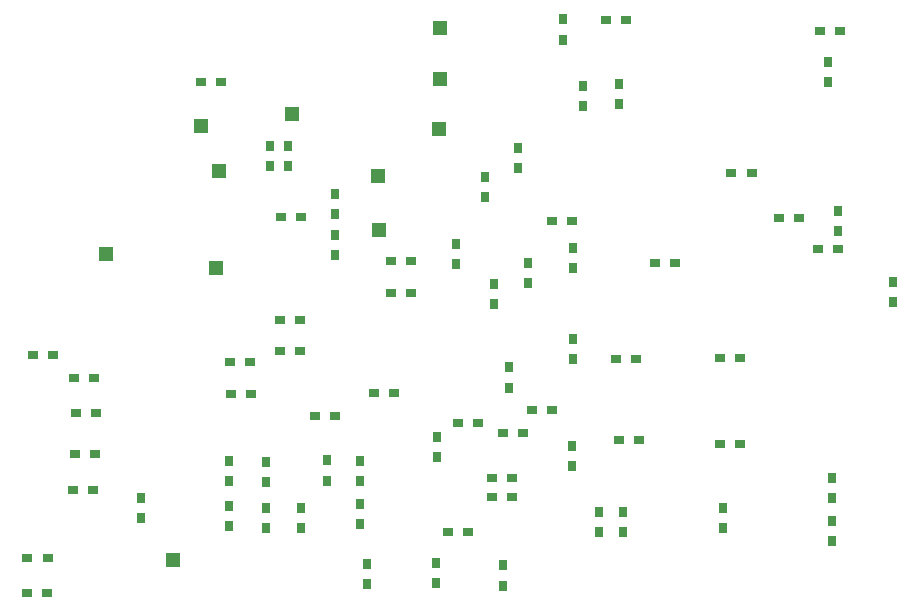
<source format=gbr>
G04 DipTrace 3.2.0.1*
G04 BottomPaste.gbr*
%MOIN*%
G04 #@! TF.FileFunction,Paste,Bot*
G04 #@! TF.Part,Single*
%ADD97R,0.031496X0.035433*%
%ADD103R,0.035433X0.031496*%
%ADD107R,0.051181X0.051181*%
%FSLAX26Y26*%
G04*
G70*
G90*
G75*
G01*
G04 BotPaste*
%LPD*%
D107*
X1008115Y731367D3*
X783823Y1752261D3*
X1100434Y2179336D3*
D103*
X1481711Y1212307D3*
X1548640D3*
X1678609Y1286549D3*
X1745538D3*
X1364671Y1531304D3*
X1431600D3*
X1735097Y1728761D3*
X1802026D3*
X1735097Y1622243D3*
X1802026D3*
X1363650Y1428270D3*
X1430579D3*
X1199408Y1392566D3*
X1266337D3*
X1200428Y1285451D3*
X1267357D3*
D97*
X902408Y871236D3*
Y938165D3*
D103*
X1368714Y1875335D3*
X1435643D3*
X1169322Y2324080D3*
X1102392D3*
D97*
X1950455Y1784692D3*
Y1717762D3*
X2192904Y1655608D3*
Y1722537D3*
D103*
X2025319Y1188085D3*
X1958390D3*
X2204904Y1229647D3*
X2271833D3*
X2072482Y941652D3*
X2139411D3*
D97*
X2108142Y645954D3*
Y712883D3*
D107*
X1160371Y2028163D3*
X1403688Y2217677D3*
D97*
X1318864Y1056728D3*
Y989799D3*
X1520445Y1062979D3*
Y996050D3*
X1434311Y836804D3*
Y903734D3*
X1195337Y844232D3*
Y911161D3*
D107*
X1151594Y1706140D3*
X1694474Y1832770D3*
X1692765Y2009818D3*
D103*
X522672Y622235D3*
X589601D3*
X523520Y737077D3*
X590449D3*
X609757Y1414533D3*
X542828D3*
D97*
X1393259Y2044441D3*
Y2111370D3*
X1333182Y2043948D3*
Y2110877D3*
D103*
X2870146Y2021864D3*
X2937075D3*
D97*
X1550226Y1951808D3*
Y1884879D3*
X1549256Y1813715D3*
Y1746786D3*
X1631176Y917398D3*
Y850469D3*
X1630720Y1062341D3*
Y995412D3*
D103*
X675951Y964404D3*
X742881D3*
X681621Y1085608D3*
X748550D3*
X685056Y1219760D3*
X751986D3*
X677055Y1339445D3*
X743984D3*
D97*
X2494003Y2318781D3*
Y2251852D3*
D103*
X1925755Y823886D3*
X1992684D3*
D97*
X1320160Y905768D3*
Y838839D3*
X1194823Y1059881D3*
Y992951D3*
D103*
X3231594Y2493703D3*
X3164665D3*
D97*
X2376269Y2312417D3*
Y2245488D3*
X2048060Y2008055D3*
Y1941126D3*
D103*
X2518761Y2530014D3*
X2451832D3*
D97*
X2341017Y1772508D3*
Y1705579D3*
D103*
X2338499Y1861138D3*
X2271570D3*
X2830327Y1403717D3*
X2897256D3*
D97*
X2307567Y2532902D3*
Y2465972D3*
D103*
X2552098Y1402794D3*
X2485169D3*
D97*
X2127370Y1305974D3*
Y1372903D3*
D103*
X3096860Y1869642D3*
X3029930D3*
D97*
X3409098Y1591533D3*
Y1658462D3*
D103*
X2174988Y1155361D3*
X2108059D3*
D97*
X2079202Y1651832D3*
Y1584903D3*
D103*
X2682593Y1721591D3*
X2615664D3*
D97*
X2158983Y2103921D3*
Y2036992D3*
X3226538Y1829152D3*
Y1896081D3*
D103*
X2561858Y1130220D3*
X2494929D3*
D97*
X2841080Y903449D3*
Y836520D3*
X2338165Y1111259D3*
Y1044329D3*
D103*
X2072482Y1004152D3*
X2139411D3*
D97*
X1890206Y1075322D3*
Y1142251D3*
X2509600Y892423D3*
Y825493D3*
X1653672Y717096D3*
Y650167D3*
X2428744Y889857D3*
Y822928D3*
X3193125Y2390697D3*
Y2323768D3*
D103*
X2832877Y1118639D3*
X2899806D3*
D97*
X1885008Y722035D3*
Y655106D3*
X2341315Y1467652D3*
Y1400723D3*
D103*
X3226538Y1766652D3*
X3159609D3*
D97*
X3203866Y1005094D3*
Y938165D3*
X3205110Y862593D3*
Y795664D3*
D107*
X1897524Y2505306D3*
X1896979Y2335433D3*
X1896129Y2166382D3*
M02*

</source>
